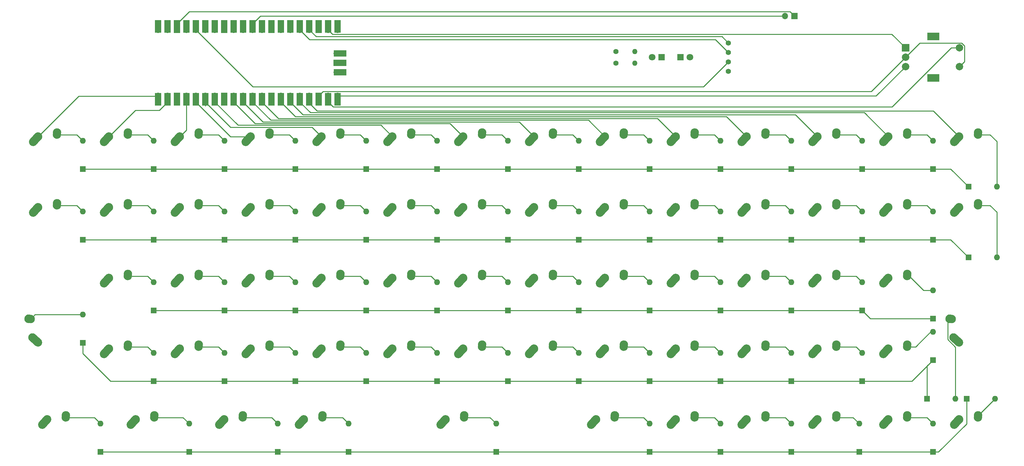
<source format=gtl>
%TF.GenerationSoftware,KiCad,Pcbnew,6.0.0~20210702.eff75b6+dfsg1-1*%
%TF.CreationDate,2021-07-18T18:47:17+02:00*%
%TF.ProjectId,keyboard,6b657962-6f61-4726-942e-6b696361645f,rev?*%
%TF.SameCoordinates,Original*%
%TF.FileFunction,Copper,L1,Top*%
%TF.FilePolarity,Positive*%
%FSLAX46Y46*%
G04 Gerber Fmt 4.6, Leading zero omitted, Abs format (unit mm)*
G04 Created by KiCad (PCBNEW 6.0.0~20210702.eff75b6+dfsg1-1) date 2021-07-18 18:47:17*
%MOMM*%
%LPD*%
G01*
G04 APERTURE LIST*
G04 Aperture macros list*
%AMHorizOval*
0 Thick line with rounded ends*
0 $1 width*
0 $2 $3 position (X,Y) of the first rounded end (center of the circle)*
0 $4 $5 position (X,Y) of the second rounded end (center of the circle)*
0 Add line between two ends*
20,1,$1,$2,$3,$4,$5,0*
0 Add two circle primitives to create the rounded ends*
1,1,$1,$2,$3*
1,1,$1,$4,$5*%
G04 Aperture macros list end*
%TA.AperFunction,ComponentPad*%
%ADD10HorizOval,2.250000X0.020000X0.290000X-0.020000X-0.290000X0*%
%TD*%
%TA.AperFunction,ComponentPad*%
%ADD11C,2.250000*%
%TD*%
%TA.AperFunction,ComponentPad*%
%ADD12HorizOval,2.250000X0.655001X0.730000X-0.655001X-0.730000X0*%
%TD*%
%TA.AperFunction,ComponentPad*%
%ADD13HorizOval,2.250000X-0.290000X0.020000X0.290000X-0.020000X0*%
%TD*%
%TA.AperFunction,ComponentPad*%
%ADD14HorizOval,2.250000X-0.730000X0.655001X0.730000X-0.655001X0*%
%TD*%
%TA.AperFunction,ComponentPad*%
%ADD15R,1.700000X1.700000*%
%TD*%
%TA.AperFunction,ComponentPad*%
%ADD16O,1.700000X1.700000*%
%TD*%
%TA.AperFunction,ComponentPad*%
%ADD17O,1.400000X1.400000*%
%TD*%
%TA.AperFunction,ComponentPad*%
%ADD18C,1.400000*%
%TD*%
%TA.AperFunction,ComponentPad*%
%ADD19R,1.800000X1.800000*%
%TD*%
%TA.AperFunction,ComponentPad*%
%ADD20C,1.800000*%
%TD*%
%TA.AperFunction,SMDPad,CuDef*%
%ADD21R,3.500000X1.700000*%
%TD*%
%TA.AperFunction,SMDPad,CuDef*%
%ADD22R,1.700000X3.500000*%
%TD*%
%TA.AperFunction,ComponentPad*%
%ADD23C,1.397000*%
%TD*%
%TA.AperFunction,ComponentPad*%
%ADD24C,2.000000*%
%TD*%
%TA.AperFunction,ComponentPad*%
%ADD25R,3.200000X2.000000*%
%TD*%
%TA.AperFunction,ComponentPad*%
%ADD26R,2.000000X2.000000*%
%TD*%
%TA.AperFunction,ComponentPad*%
%ADD27R,1.600000X1.600000*%
%TD*%
%TA.AperFunction,ComponentPad*%
%ADD28O,1.600000X1.600000*%
%TD*%
%TA.AperFunction,Conductor*%
%ADD29C,0.250000*%
%TD*%
G04 APERTURE END LIST*
D10*
%TO.P,K4_0,2,ROW*%
%TO.N,Net-(K4_0-Pad2)*%
X193020000Y-233335000D03*
D11*
X193040000Y-233045000D03*
D12*
%TO.P,K4_0,1,COL*%
%TO.N,col0*%
X187345001Y-234855000D03*
D11*
X188000000Y-234125000D03*
%TD*%
D13*
%TO.P,K3_13,2,ROW*%
%TO.N,Net-(D3_13-Pad2)*%
X430978750Y-207030000D03*
D11*
X430688750Y-207010000D03*
D14*
%TO.P,K3_13,1,COL*%
%TO.N,col13*%
X432498750Y-212704999D03*
D11*
X431768750Y-212050000D03*
%TD*%
D13*
%TO.P,K3_0,2,ROW*%
%TO.N,Net-(K3_0-Pad2)*%
X183328750Y-207030000D03*
D11*
X183038750Y-207010000D03*
D14*
%TO.P,K3_0,1,COL*%
%TO.N,col0*%
X184848750Y-212704999D03*
D11*
X184118750Y-212050000D03*
%TD*%
D15*
%TO.P,SW2,1*%
%TO.N,Net-(Pico1-Pad38)*%
X388937500Y-125412500D03*
D16*
%TO.P,SW2,2*%
%TO.N,Net-(Pico1-Pad30)*%
X386397500Y-125412500D03*
%TD*%
D17*
%TO.P,R2,2*%
%TO.N,Net-(D2-Pad2)*%
X346075000Y-138112500D03*
D18*
%TO.P,R2,1*%
%TO.N,Net-(Pico1-Pad26)*%
X340995000Y-138112500D03*
%TD*%
%TO.P,R1,1*%
%TO.N,Net-(Pico1-Pad21)*%
X340995000Y-134962500D03*
D17*
%TO.P,R1,2*%
%TO.N,Net-(D1-Pad2)*%
X346075000Y-134962500D03*
%TD*%
D19*
%TO.P,D2,1,K*%
%TO.N,Net-(Pico1-Pad23)*%
X358337500Y-136525000D03*
D20*
%TO.P,D2,2,A*%
%TO.N,Net-(D2-Pad2)*%
X360877500Y-136525000D03*
%TD*%
D19*
%TO.P,D1,1,K*%
%TO.N,Net-(Pico1-Pad23)*%
X353218750Y-136525000D03*
D20*
%TO.P,D1,2,A*%
%TO.N,Net-(D1-Pad2)*%
X350678750Y-136525000D03*
%TD*%
D11*
%TO.P,K0_5,1,COL*%
%TO.N,col5*%
X280868750Y-157925000D03*
D12*
X280213751Y-158655000D03*
D11*
%TO.P,K0_5,2,ROW*%
%TO.N,Net-(D0_5-Pad2)*%
X285908750Y-156845000D03*
D10*
X285888750Y-157135000D03*
%TD*%
D11*
%TO.P,K0_3,1,COL*%
%TO.N,col3*%
X242768750Y-157925000D03*
D12*
X242113751Y-158655000D03*
D11*
%TO.P,K0_3,2,ROW*%
%TO.N,Net-(D0_3-Pad2)*%
X247808750Y-156845000D03*
D10*
X247788750Y-157135000D03*
%TD*%
D16*
%TO.P,Pico1,43,SWDIO*%
%TO.N,unconnected-(Pico1-Pad43)*%
X265906250Y-135509000D03*
D21*
X266806250Y-135509000D03*
%TO.P,Pico1,42,GND*%
%TO.N,unconnected-(Pico1-Pad42)*%
X266806250Y-138049000D03*
D15*
X265906250Y-138049000D03*
D21*
%TO.P,Pico1,41,SWCLK*%
%TO.N,unconnected-(Pico1-Pad41)*%
X266806250Y-140589000D03*
D16*
X265906250Y-140589000D03*
%TO.P,Pico1,40,VBUS*%
%TO.N,unconnected-(Pico1-Pad40)*%
X217876250Y-129159000D03*
D22*
X217876250Y-128259000D03*
%TO.P,Pico1,39,VSYS*%
%TO.N,unconnected-(Pico1-Pad39)*%
X220416250Y-128259000D03*
D16*
X220416250Y-129159000D03*
D15*
%TO.P,Pico1,38,GND*%
%TO.N,Net-(Pico1-Pad38)*%
X222956250Y-129159000D03*
D22*
X222956250Y-128259000D03*
D16*
%TO.P,Pico1,37,3V3_EN*%
%TO.N,unconnected-(Pico1-Pad37)*%
X225496250Y-129159000D03*
D22*
X225496250Y-128259000D03*
D16*
%TO.P,Pico1,36,3V3*%
%TO.N,Net-(Pico1-Pad36)*%
X228036250Y-129159000D03*
D22*
X228036250Y-128259000D03*
D16*
%TO.P,Pico1,35,ADC_VREF*%
%TO.N,unconnected-(Pico1-Pad35)*%
X230576250Y-129159000D03*
D22*
X230576250Y-128259000D03*
%TO.P,Pico1,34,GPIO28_ADC2*%
%TO.N,row0*%
X233116250Y-128259000D03*
D16*
X233116250Y-129159000D03*
D15*
%TO.P,Pico1,33,AGND*%
%TO.N,unconnected-(Pico1-Pad33)*%
X235656250Y-129159000D03*
D22*
X235656250Y-128259000D03*
%TO.P,Pico1,32,GPIO27_ADC1*%
%TO.N,row1*%
X238196250Y-128259000D03*
D16*
X238196250Y-129159000D03*
D22*
%TO.P,Pico1,31,GPIO26_ADC0*%
%TO.N,row3*%
X240736250Y-128259000D03*
D16*
X240736250Y-129159000D03*
%TO.P,Pico1,30,RUN*%
%TO.N,Net-(Pico1-Pad30)*%
X243276250Y-129159000D03*
D22*
X243276250Y-128259000D03*
D16*
%TO.P,Pico1,29,GPIO22*%
%TO.N,row2*%
X245816250Y-129159000D03*
D22*
X245816250Y-128259000D03*
%TO.P,Pico1,28,GND*%
%TO.N,Net-(Pico1-Pad28)*%
X248356250Y-128259000D03*
D15*
X248356250Y-129159000D03*
D22*
%TO.P,Pico1,27,GPIO21*%
%TO.N,row4*%
X250896250Y-128259000D03*
D16*
X250896250Y-129159000D03*
%TO.P,Pico1,26,GPIO20*%
%TO.N,Net-(Pico1-Pad26)*%
X253436250Y-129159000D03*
D22*
X253436250Y-128259000D03*
D16*
%TO.P,Pico1,25,GPIO19*%
%TO.N,Net-(Pico1-Pad25)*%
X255976250Y-129159000D03*
D22*
X255976250Y-128259000D03*
D16*
%TO.P,Pico1,24,GPIO18*%
%TO.N,Net-(Pico1-Pad24)*%
X258516250Y-129159000D03*
D22*
X258516250Y-128259000D03*
D15*
%TO.P,Pico1,23,GND*%
%TO.N,Net-(Pico1-Pad23)*%
X261056250Y-129159000D03*
D22*
X261056250Y-128259000D03*
D16*
%TO.P,Pico1,22,GPIO17*%
%TO.N,Net-(Pico1-Pad22)*%
X263596250Y-129159000D03*
D22*
X263596250Y-128259000D03*
D16*
%TO.P,Pico1,21,GPIO16*%
%TO.N,Net-(Pico1-Pad21)*%
X266136250Y-129159000D03*
D22*
X266136250Y-128259000D03*
%TO.P,Pico1,20,GPIO15*%
%TO.N,Net-(Pico1-Pad20)*%
X266136250Y-147839000D03*
D16*
X266136250Y-146939000D03*
%TO.P,Pico1,19,GPIO14*%
%TO.N,Net-(Pico1-Pad19)*%
X263596250Y-146939000D03*
D22*
X263596250Y-147839000D03*
D15*
%TO.P,Pico1,18,GND*%
%TO.N,Net-(SW1-PadC)*%
X261056250Y-146939000D03*
D22*
X261056250Y-147839000D03*
%TO.P,Pico1,17,GPIO13*%
%TO.N,col13*%
X258516250Y-147839000D03*
D16*
X258516250Y-146939000D03*
D22*
%TO.P,Pico1,16,GPIO12*%
%TO.N,col12*%
X255976250Y-147839000D03*
D16*
X255976250Y-146939000D03*
%TO.P,Pico1,15,GPIO11*%
%TO.N,col11*%
X253436250Y-146939000D03*
D22*
X253436250Y-147839000D03*
D16*
%TO.P,Pico1,14,GPIO10*%
%TO.N,col10*%
X250896250Y-146939000D03*
D22*
X250896250Y-147839000D03*
%TO.P,Pico1,13,GND*%
%TO.N,unconnected-(Pico1-Pad13)*%
X248356250Y-147839000D03*
D15*
X248356250Y-146939000D03*
D22*
%TO.P,Pico1,12,GPIO9*%
%TO.N,col9*%
X245816250Y-147839000D03*
D16*
X245816250Y-146939000D03*
%TO.P,Pico1,11,GPIO8*%
%TO.N,col8*%
X243276250Y-146939000D03*
D22*
X243276250Y-147839000D03*
%TO.P,Pico1,10,GPIO7*%
%TO.N,col7*%
X240736250Y-147839000D03*
D16*
X240736250Y-146939000D03*
D22*
%TO.P,Pico1,9,GPIO6*%
%TO.N,col6*%
X238196250Y-147839000D03*
D16*
X238196250Y-146939000D03*
D22*
%TO.P,Pico1,8,GND*%
%TO.N,unconnected-(Pico1-Pad8)*%
X235656250Y-147839000D03*
D15*
X235656250Y-146939000D03*
D16*
%TO.P,Pico1,7,GPIO5*%
%TO.N,col5*%
X233116250Y-146939000D03*
D22*
X233116250Y-147839000D03*
D16*
%TO.P,Pico1,6,GPIO4*%
%TO.N,col4*%
X230576250Y-146939000D03*
D22*
X230576250Y-147839000D03*
D16*
%TO.P,Pico1,5,GPIO3*%
%TO.N,col3*%
X228036250Y-146939000D03*
D22*
X228036250Y-147839000D03*
%TO.P,Pico1,4,GPIO2*%
%TO.N,col2*%
X225496250Y-147839000D03*
D16*
X225496250Y-146939000D03*
D15*
%TO.P,Pico1,3,GND*%
%TO.N,unconnected-(Pico1-Pad3)*%
X222956250Y-146939000D03*
D22*
X222956250Y-147839000D03*
D16*
%TO.P,Pico1,2,GPIO1*%
%TO.N,col1*%
X220416250Y-146939000D03*
D22*
X220416250Y-147839000D03*
%TO.P,Pico1,1,GPIO0*%
%TO.N,col0*%
X217876250Y-147839000D03*
D16*
X217876250Y-146939000D03*
%TD*%
D23*
%TO.P,OL1,1,SDA*%
%TO.N,Net-(Pico1-Pad24)*%
X371207500Y-132715000D03*
%TO.P,OL1,2,SCL*%
%TO.N,Net-(Pico1-Pad25)*%
X371207500Y-135255000D03*
%TO.P,OL1,3,VCC*%
%TO.N,Net-(Pico1-Pad36)*%
X371207500Y-137795000D03*
%TO.P,OL1,4,GND*%
%TO.N,Net-(Pico1-Pad28)*%
X371207500Y-140335000D03*
%TD*%
D24*
%TO.P,SW1,S2,S2*%
%TO.N,Net-(Pico1-Pad19)*%
X433346000Y-134025000D03*
%TO.P,SW1,S1,S1*%
%TO.N,Net-(SW1-PadC)*%
X433346000Y-139025000D03*
D25*
%TO.P,SW1,MP*%
%TO.N,N/C*%
X426346000Y-130925000D03*
X426346000Y-142125000D03*
D24*
%TO.P,SW1,C,C*%
%TO.N,Net-(SW1-PadC)*%
X418846000Y-136525000D03*
%TO.P,SW1,B,B*%
%TO.N,Net-(Pico1-Pad20)*%
X418846000Y-139025000D03*
D26*
%TO.P,SW1,A,A*%
%TO.N,Net-(Pico1-Pad22)*%
X418846000Y-134025000D03*
%TD*%
D11*
%TO.P,K1_2,1,COL*%
%TO.N,col2*%
X223718750Y-176975000D03*
D12*
X223063751Y-177705000D03*
D10*
%TO.P,K1_2,2,ROW*%
%TO.N,Net-(D1_2-Pad2)*%
X228738750Y-176185000D03*
D11*
X228758750Y-175895000D03*
%TD*%
%TO.P,K4_1,1,COL*%
%TO.N,col1*%
X211812500Y-234125000D03*
D12*
X211157501Y-234855000D03*
D10*
%TO.P,K4_1,2,ROW*%
%TO.N,Net-(D4_1-Pad2)*%
X216832500Y-233335000D03*
D11*
X216852500Y-233045000D03*
%TD*%
D12*
%TO.P,K3_12,1,COL*%
%TO.N,col12*%
X413563751Y-215805000D03*
D11*
X414218750Y-215075000D03*
D10*
%TO.P,K3_12,2,ROW*%
%TO.N,Net-(D3_12-Pad2)*%
X419238750Y-214285000D03*
D11*
X419258750Y-213995000D03*
%TD*%
D12*
%TO.P,K3_6,1,COL*%
%TO.N,col6*%
X299263751Y-215805000D03*
D11*
X299918750Y-215075000D03*
D10*
%TO.P,K3_6,2,ROW*%
%TO.N,Net-(D3_6-Pad2)*%
X304938750Y-214285000D03*
D11*
X304958750Y-213995000D03*
%TD*%
D12*
%TO.P,K1_0,1,COL*%
%TO.N,col0*%
X184963751Y-177705000D03*
D11*
X185618750Y-176975000D03*
D10*
%TO.P,K1_0,2,ROW*%
%TO.N,Net-(K1_0-Pad2)*%
X190638750Y-176185000D03*
D11*
X190658750Y-175895000D03*
%TD*%
D12*
%TO.P,K3_9,1,COL*%
%TO.N,col9*%
X356413751Y-215805000D03*
D11*
X357068750Y-215075000D03*
D10*
%TO.P,K3_9,2,ROW*%
%TO.N,Net-(D3_9-Pad2)*%
X362088750Y-214285000D03*
D11*
X362108750Y-213995000D03*
%TD*%
D12*
%TO.P,K4_3,1,COL*%
%TO.N,col3*%
X234970001Y-234855000D03*
D11*
X235625000Y-234125000D03*
%TO.P,K4_3,2,ROW*%
%TO.N,Net-(K4_3-Pad2)*%
X240665000Y-233045000D03*
D10*
X240645000Y-233335000D03*
%TD*%
D11*
%TO.P,K0_12,1,COL*%
%TO.N,col12*%
X414218750Y-157925000D03*
D12*
X413563751Y-158655000D03*
D10*
%TO.P,K0_12,2,ROW*%
%TO.N,Net-(D0_12-Pad2)*%
X419238750Y-157135000D03*
D11*
X419258750Y-156845000D03*
%TD*%
%TO.P,K4_8,1,COL*%
%TO.N,col8*%
X335637500Y-234125000D03*
D12*
X334982501Y-234855000D03*
D10*
%TO.P,K4_8,2,ROW*%
%TO.N,Net-(K4_8-Pad2)*%
X340657500Y-233335000D03*
D11*
X340677500Y-233045000D03*
%TD*%
%TO.P,K3_1,1,COL*%
%TO.N,col1*%
X204668750Y-215075000D03*
D12*
X204013751Y-215805000D03*
D10*
%TO.P,K3_1,2,ROW*%
%TO.N,Net-(D3_1-Pad2)*%
X209688750Y-214285000D03*
D11*
X209708750Y-213995000D03*
%TD*%
%TO.P,K1_1,1,COL*%
%TO.N,col1*%
X204668750Y-176975000D03*
D12*
X204013751Y-177705000D03*
D10*
%TO.P,K1_1,2,ROW*%
%TO.N,Net-(D1_1-Pad2)*%
X209688750Y-176185000D03*
D11*
X209708750Y-175895000D03*
%TD*%
D12*
%TO.P,K4_10,1,COL*%
%TO.N,col10*%
X375463751Y-234855000D03*
D11*
X376118750Y-234125000D03*
D10*
%TO.P,K4_10,2,ROW*%
%TO.N,Net-(D4_10-Pad2)*%
X381138750Y-233335000D03*
D11*
X381158750Y-233045000D03*
%TD*%
%TO.P,K2_2,1,COL*%
%TO.N,col2*%
X223718750Y-196025000D03*
D12*
X223063751Y-196755000D03*
D11*
%TO.P,K2_2,2,ROW*%
%TO.N,Net-(D2_2-Pad2)*%
X228758750Y-194945000D03*
D10*
X228738750Y-195235000D03*
%TD*%
D12*
%TO.P,K3_2,1,COL*%
%TO.N,col2*%
X223063751Y-215805000D03*
D11*
X223718750Y-215075000D03*
%TO.P,K3_2,2,ROW*%
%TO.N,Net-(D3_2-Pad2)*%
X228758750Y-213995000D03*
D10*
X228738750Y-214285000D03*
%TD*%
D11*
%TO.P,K3_8,1,COL*%
%TO.N,col8*%
X338018750Y-215075000D03*
D12*
X337363751Y-215805000D03*
D10*
%TO.P,K3_8,2,ROW*%
%TO.N,Net-(D3_8-Pad2)*%
X343038750Y-214285000D03*
D11*
X343058750Y-213995000D03*
%TD*%
%TO.P,K1_5,1,COL*%
%TO.N,col5*%
X280868750Y-176975000D03*
D12*
X280213751Y-177705000D03*
D11*
%TO.P,K1_5,2,ROW*%
%TO.N,Net-(D1_5-Pad2)*%
X285908750Y-175895000D03*
D10*
X285888750Y-176185000D03*
%TD*%
D11*
%TO.P,K4_13,1,COL*%
%TO.N,col13*%
X433268750Y-234125000D03*
D12*
X432613751Y-234855000D03*
D11*
%TO.P,K4_13,2,ROW*%
%TO.N,Net-(D4_13-Pad2)*%
X438308750Y-233045000D03*
D10*
X438288750Y-233335000D03*
%TD*%
D11*
%TO.P,K1_4,1,COL*%
%TO.N,col4*%
X261818750Y-176975000D03*
D12*
X261163751Y-177705000D03*
D10*
%TO.P,K1_4,2,ROW*%
%TO.N,Net-(D1_4-Pad2)*%
X266838750Y-176185000D03*
D11*
X266858750Y-175895000D03*
%TD*%
%TO.P,K1_12,1,COL*%
%TO.N,col12*%
X414218750Y-176975000D03*
D12*
X413563751Y-177705000D03*
D11*
%TO.P,K1_12,2,ROW*%
%TO.N,Net-(D1_12-Pad2)*%
X419258750Y-175895000D03*
D10*
X419238750Y-176185000D03*
%TD*%
D12*
%TO.P,K2_1,1,COL*%
%TO.N,col1*%
X204013751Y-196755000D03*
D11*
X204668750Y-196025000D03*
%TO.P,K2_1,2,ROW*%
%TO.N,Net-(K2_1-Pad2)*%
X209708750Y-194945000D03*
D10*
X209688750Y-195235000D03*
%TD*%
D11*
%TO.P,K2_8,1,COL*%
%TO.N,col8*%
X338018750Y-196025000D03*
D12*
X337363751Y-196755000D03*
D10*
%TO.P,K2_8,2,ROW*%
%TO.N,Net-(D2_8-Pad2)*%
X343038750Y-195235000D03*
D11*
X343058750Y-194945000D03*
%TD*%
D12*
%TO.P,K4_11,1,COL*%
%TO.N,col11*%
X394513751Y-234855000D03*
D11*
X395168750Y-234125000D03*
D10*
%TO.P,K4_11,2,ROW*%
%TO.N,Net-(D4_11-Pad2)*%
X400188750Y-233335000D03*
D11*
X400208750Y-233045000D03*
%TD*%
%TO.P,K3_11,1,COL*%
%TO.N,col11*%
X395168750Y-215075000D03*
D12*
X394513751Y-215805000D03*
D11*
%TO.P,K3_11,2,ROW*%
%TO.N,Net-(D3_11-Pad2)*%
X400208750Y-213995000D03*
D10*
X400188750Y-214285000D03*
%TD*%
D12*
%TO.P,K0_2,1,COL*%
%TO.N,col2*%
X223063751Y-158655000D03*
D11*
X223718750Y-157925000D03*
%TO.P,K0_2,2,ROW*%
%TO.N,Net-(D0_2-Pad2)*%
X228758750Y-156845000D03*
D10*
X228738750Y-157135000D03*
%TD*%
D12*
%TO.P,K2_4,1,COL*%
%TO.N,col4*%
X261163751Y-196755000D03*
D11*
X261818750Y-196025000D03*
%TO.P,K2_4,2,ROW*%
%TO.N,Net-(D2_4-Pad2)*%
X266858750Y-194945000D03*
D10*
X266838750Y-195235000D03*
%TD*%
D12*
%TO.P,K3_10,1,COL*%
%TO.N,col10*%
X375463751Y-215805000D03*
D11*
X376118750Y-215075000D03*
D10*
%TO.P,K3_10,2,ROW*%
%TO.N,Net-(D3_10-Pad2)*%
X381138750Y-214285000D03*
D11*
X381158750Y-213995000D03*
%TD*%
D12*
%TO.P,K2_10,1,COL*%
%TO.N,col10*%
X375463751Y-196755000D03*
D11*
X376118750Y-196025000D03*
D10*
%TO.P,K2_10,2,ROW*%
%TO.N,Net-(D2_10-Pad2)*%
X381138750Y-195235000D03*
D11*
X381158750Y-194945000D03*
%TD*%
D12*
%TO.P,K0_10,1,COL*%
%TO.N,col10*%
X375463751Y-158655000D03*
D11*
X376118750Y-157925000D03*
D10*
%TO.P,K0_10,2,ROW*%
%TO.N,Net-(D0_10-Pad2)*%
X381138750Y-157135000D03*
D11*
X381158750Y-156845000D03*
%TD*%
D12*
%TO.P,K3_5,1,COL*%
%TO.N,col5*%
X280213751Y-215805000D03*
D11*
X280868750Y-215075000D03*
D10*
%TO.P,K3_5,2,ROW*%
%TO.N,Net-(D3_5-Pad2)*%
X285888750Y-214285000D03*
D11*
X285908750Y-213995000D03*
%TD*%
%TO.P,K0_0,1,COL*%
%TO.N,col0*%
X185618750Y-157925000D03*
D12*
X184963751Y-158655000D03*
D10*
%TO.P,K0_0,2,ROW*%
%TO.N,Net-(K0_0-Pad2)*%
X190638750Y-157135000D03*
D11*
X190658750Y-156845000D03*
%TD*%
%TO.P,K4_6,1,COL*%
%TO.N,col6*%
X295156250Y-234125000D03*
D12*
X294501251Y-234855000D03*
D11*
%TO.P,K4_6,2,ROW*%
%TO.N,Net-(K4_6-Pad2)*%
X300196250Y-233045000D03*
D10*
X300176250Y-233335000D03*
%TD*%
D12*
%TO.P,K4_12,1,COL*%
%TO.N,col12*%
X413563751Y-234855000D03*
D11*
X414218750Y-234125000D03*
%TO.P,K4_12,2,ROW*%
%TO.N,Net-(D4_12-Pad2)*%
X419258750Y-233045000D03*
D10*
X419238750Y-233335000D03*
%TD*%
D11*
%TO.P,K0_13,1,COL*%
%TO.N,col13*%
X433268750Y-157925000D03*
D12*
X432613751Y-158655000D03*
D11*
%TO.P,K0_13,2,ROW*%
%TO.N,Net-(D0_13-Pad2)*%
X438308750Y-156845000D03*
D10*
X438288750Y-157135000D03*
%TD*%
D11*
%TO.P,K0_4,1,COL*%
%TO.N,col4*%
X261818750Y-157925000D03*
D12*
X261163751Y-158655000D03*
D11*
%TO.P,K0_4,2,ROW*%
%TO.N,Net-(D0_4-Pad2)*%
X266858750Y-156845000D03*
D10*
X266838750Y-157135000D03*
%TD*%
D11*
%TO.P,K1_7,1,COL*%
%TO.N,col7*%
X318968750Y-176975000D03*
D12*
X318313751Y-177705000D03*
D10*
%TO.P,K1_7,2,ROW*%
%TO.N,Net-(D1_7-Pad2)*%
X323988750Y-176185000D03*
D11*
X324008750Y-175895000D03*
%TD*%
%TO.P,K1_10,1,COL*%
%TO.N,col10*%
X376118750Y-176975000D03*
D12*
X375463751Y-177705000D03*
D11*
%TO.P,K1_10,2,ROW*%
%TO.N,Net-(D1_10-Pad2)*%
X381158750Y-175895000D03*
D10*
X381138750Y-176185000D03*
%TD*%
D11*
%TO.P,K3_7,1,COL*%
%TO.N,col7*%
X318968750Y-215075000D03*
D12*
X318313751Y-215805000D03*
D10*
%TO.P,K3_7,2,ROW*%
%TO.N,Net-(D3_7-Pad2)*%
X323988750Y-214285000D03*
D11*
X324008750Y-213995000D03*
%TD*%
%TO.P,K2_12,1,COL*%
%TO.N,col12*%
X414218750Y-196025000D03*
D12*
X413563751Y-196755000D03*
D11*
%TO.P,K2_12,2,ROW*%
%TO.N,Net-(D2_12-Pad2)*%
X419258750Y-194945000D03*
D10*
X419238750Y-195235000D03*
%TD*%
D12*
%TO.P,K2_9,1,COL*%
%TO.N,col9*%
X356413751Y-196755000D03*
D11*
X357068750Y-196025000D03*
%TO.P,K2_9,2,ROW*%
%TO.N,Net-(D2_9-Pad2)*%
X362108750Y-194945000D03*
D10*
X362088750Y-195235000D03*
%TD*%
D11*
%TO.P,K3_4,1,COL*%
%TO.N,col4*%
X261818750Y-215075000D03*
D12*
X261163751Y-215805000D03*
D11*
%TO.P,K3_4,2,ROW*%
%TO.N,Net-(D3_4-Pad2)*%
X266858750Y-213995000D03*
D10*
X266838750Y-214285000D03*
%TD*%
D11*
%TO.P,K0_9,1,COL*%
%TO.N,col9*%
X357068750Y-157925000D03*
D12*
X356413751Y-158655000D03*
D11*
%TO.P,K0_9,2,ROW*%
%TO.N,Net-(D0_9-Pad2)*%
X362108750Y-156845000D03*
D10*
X362088750Y-157135000D03*
%TD*%
D12*
%TO.P,K0_7,1,COL*%
%TO.N,col7*%
X318313751Y-158655000D03*
D11*
X318968750Y-157925000D03*
%TO.P,K0_7,2,ROW*%
%TO.N,Net-(D0_7-Pad2)*%
X324008750Y-156845000D03*
D10*
X323988750Y-157135000D03*
%TD*%
D12*
%TO.P,K2_6,1,COL*%
%TO.N,col6*%
X299263751Y-196755000D03*
D11*
X299918750Y-196025000D03*
D10*
%TO.P,K2_6,2,ROW*%
%TO.N,Net-(D2_6-Pad2)*%
X304938750Y-195235000D03*
D11*
X304958750Y-194945000D03*
%TD*%
D12*
%TO.P,K0_8,1,COL*%
%TO.N,col8*%
X337363751Y-158655000D03*
D11*
X338018750Y-157925000D03*
D10*
%TO.P,K0_8,2,ROW*%
%TO.N,Net-(D0_8-Pad2)*%
X343038750Y-157135000D03*
D11*
X343058750Y-156845000D03*
%TD*%
D12*
%TO.P,K2_7,1,COL*%
%TO.N,col7*%
X318313751Y-196755000D03*
D11*
X318968750Y-196025000D03*
%TO.P,K2_7,2,ROW*%
%TO.N,Net-(D2_7-Pad2)*%
X324008750Y-194945000D03*
D10*
X323988750Y-195235000D03*
%TD*%
D12*
%TO.P,K4_4,1,COL*%
%TO.N,col4*%
X256401251Y-234855000D03*
D11*
X257056250Y-234125000D03*
%TO.P,K4_4,2,ROW*%
%TO.N,Net-(D4_4-Pad2)*%
X262096250Y-233045000D03*
D10*
X262076250Y-233335000D03*
%TD*%
D12*
%TO.P,K1_8,1,COL*%
%TO.N,col8*%
X337363751Y-177705000D03*
D11*
X338018750Y-176975000D03*
%TO.P,K1_8,2,ROW*%
%TO.N,Net-(D1_8-Pad2)*%
X343058750Y-175895000D03*
D10*
X343038750Y-176185000D03*
%TD*%
D11*
%TO.P,K1_3,1,COL*%
%TO.N,col3*%
X242768750Y-176975000D03*
D12*
X242113751Y-177705000D03*
D11*
%TO.P,K1_3,2,ROW*%
%TO.N,Net-(D1_3-Pad2)*%
X247808750Y-175895000D03*
D10*
X247788750Y-176185000D03*
%TD*%
D11*
%TO.P,K1_9,1,COL*%
%TO.N,col9*%
X357068750Y-176975000D03*
D12*
X356413751Y-177705000D03*
D10*
%TO.P,K1_9,2,ROW*%
%TO.N,Net-(D1_9-Pad2)*%
X362088750Y-176185000D03*
D11*
X362108750Y-175895000D03*
%TD*%
%TO.P,K2_11,1,COL*%
%TO.N,col11*%
X395168750Y-196025000D03*
D12*
X394513751Y-196755000D03*
D10*
%TO.P,K2_11,2,ROW*%
%TO.N,Net-(D2_11-Pad2)*%
X400188750Y-195235000D03*
D11*
X400208750Y-194945000D03*
%TD*%
%TO.P,K0_1,1,COL*%
%TO.N,col1*%
X204668750Y-157925000D03*
D12*
X204013751Y-158655000D03*
D11*
%TO.P,K0_1,2,ROW*%
%TO.N,Net-(D0_1-Pad2)*%
X209708750Y-156845000D03*
D10*
X209688750Y-157135000D03*
%TD*%
D11*
%TO.P,K1_11,1,COL*%
%TO.N,col11*%
X395168750Y-176975000D03*
D12*
X394513751Y-177705000D03*
D10*
%TO.P,K1_11,2,ROW*%
%TO.N,Net-(D1_11-Pad2)*%
X400188750Y-176185000D03*
D11*
X400208750Y-175895000D03*
%TD*%
%TO.P,K2_3,1,COL*%
%TO.N,col3*%
X242768750Y-196025000D03*
D12*
X242113751Y-196755000D03*
D11*
%TO.P,K2_3,2,ROW*%
%TO.N,Net-(D2_3-Pad2)*%
X247808750Y-194945000D03*
D10*
X247788750Y-195235000D03*
%TD*%
D11*
%TO.P,K3_3,1,COL*%
%TO.N,col3*%
X242768750Y-215075000D03*
D12*
X242113751Y-215805000D03*
D11*
%TO.P,K3_3,2,ROW*%
%TO.N,Net-(D3_3-Pad2)*%
X247808750Y-213995000D03*
D10*
X247788750Y-214285000D03*
%TD*%
D12*
%TO.P,K2_5,1,COL*%
%TO.N,col5*%
X280213751Y-196755000D03*
D11*
X280868750Y-196025000D03*
%TO.P,K2_5,2,ROW*%
%TO.N,Net-(D2_5-Pad2)*%
X285908750Y-194945000D03*
D10*
X285888750Y-195235000D03*
%TD*%
D11*
%TO.P,K1_13,1,COL*%
%TO.N,col13*%
X433268750Y-176975000D03*
D12*
X432613751Y-177705000D03*
D11*
%TO.P,K1_13,2,ROW*%
%TO.N,Net-(D1_13-Pad2)*%
X438308750Y-175895000D03*
D10*
X438288750Y-176185000D03*
%TD*%
D12*
%TO.P,K0_11,1,COL*%
%TO.N,col11*%
X394513751Y-158655000D03*
D11*
X395168750Y-157925000D03*
%TO.P,K0_11,2,ROW*%
%TO.N,Net-(D0_11-Pad2)*%
X400208750Y-156845000D03*
D10*
X400188750Y-157135000D03*
%TD*%
D12*
%TO.P,K0_6,1,COL*%
%TO.N,col6*%
X299263751Y-158655000D03*
D11*
X299918750Y-157925000D03*
D10*
%TO.P,K0_6,2,ROW*%
%TO.N,Net-(D0_6-Pad2)*%
X304938750Y-157135000D03*
D11*
X304958750Y-156845000D03*
%TD*%
D12*
%TO.P,K4_9,1,COL*%
%TO.N,col9*%
X356413751Y-234855000D03*
D11*
X357068750Y-234125000D03*
%TO.P,K4_9,2,ROW*%
%TO.N,Net-(D4_9-Pad2)*%
X362108750Y-233045000D03*
D10*
X362088750Y-233335000D03*
%TD*%
D11*
%TO.P,K1_6,1,COL*%
%TO.N,col6*%
X299918750Y-176975000D03*
D12*
X299263751Y-177705000D03*
D10*
%TO.P,K1_6,2,ROW*%
%TO.N,Net-(D1_6-Pad2)*%
X304938750Y-176185000D03*
D11*
X304958750Y-175895000D03*
%TD*%
D27*
%TO.P,D0_0,1,K*%
%TO.N,row0*%
X197643750Y-166687500D03*
D28*
%TO.P,D0_0,2,A*%
%TO.N,Net-(K0_0-Pad2)*%
X197643750Y-159067500D03*
%TD*%
D27*
%TO.P,D0_13,1,K*%
%TO.N,row0*%
X435768750Y-171450000D03*
D28*
%TO.P,D0_13,2,A*%
%TO.N,Net-(D0_13-Pad2)*%
X443388750Y-171450000D03*
%TD*%
D27*
%TO.P,D0_12,1,K*%
%TO.N,row0*%
X426243750Y-166687500D03*
D28*
%TO.P,D0_12,2,A*%
%TO.N,Net-(D0_12-Pad2)*%
X426243750Y-159067500D03*
%TD*%
D27*
%TO.P,D0_10,1,K*%
%TO.N,row0*%
X388143750Y-166687500D03*
D28*
%TO.P,D0_10,2,A*%
%TO.N,Net-(D0_10-Pad2)*%
X388143750Y-159067500D03*
%TD*%
D27*
%TO.P,D0_9,1,K*%
%TO.N,row0*%
X369093750Y-166687500D03*
D28*
%TO.P,D0_9,2,A*%
%TO.N,Net-(D0_9-Pad2)*%
X369093750Y-159067500D03*
%TD*%
D27*
%TO.P,D0_8,1,K*%
%TO.N,row0*%
X350043750Y-166687500D03*
D28*
%TO.P,D0_8,2,A*%
%TO.N,Net-(D0_8-Pad2)*%
X350043750Y-159067500D03*
%TD*%
D27*
%TO.P,D0_7,1,K*%
%TO.N,row0*%
X330993750Y-166687500D03*
D28*
%TO.P,D0_7,2,A*%
%TO.N,Net-(D0_7-Pad2)*%
X330993750Y-159067500D03*
%TD*%
D27*
%TO.P,D0_5,1,K*%
%TO.N,row0*%
X292893750Y-166687500D03*
D28*
%TO.P,D0_5,2,A*%
%TO.N,Net-(D0_5-Pad2)*%
X292893750Y-159067500D03*
%TD*%
D27*
%TO.P,D0_4,1,K*%
%TO.N,row0*%
X273843750Y-166687500D03*
D28*
%TO.P,D0_4,2,A*%
%TO.N,Net-(D0_4-Pad2)*%
X273843750Y-159067500D03*
%TD*%
D27*
%TO.P,D0_3,1,K*%
%TO.N,row0*%
X254793750Y-166687500D03*
D28*
%TO.P,D0_3,2,A*%
%TO.N,Net-(D0_3-Pad2)*%
X254793750Y-159067500D03*
%TD*%
D27*
%TO.P,D0_2,1,K*%
%TO.N,row0*%
X235743750Y-166687500D03*
D28*
%TO.P,D0_2,2,A*%
%TO.N,Net-(D0_2-Pad2)*%
X235743750Y-159067500D03*
%TD*%
D27*
%TO.P,D1_1,1,K*%
%TO.N,row1*%
X216693750Y-185737500D03*
D28*
%TO.P,D1_1,2,A*%
%TO.N,Net-(D1_1-Pad2)*%
X216693750Y-178117500D03*
%TD*%
D27*
%TO.P,D1_0,1,K*%
%TO.N,row1*%
X197643750Y-185737500D03*
D28*
%TO.P,D1_0,2,A*%
%TO.N,Net-(K1_0-Pad2)*%
X197643750Y-178117500D03*
%TD*%
D27*
%TO.P,D1_2,1,K*%
%TO.N,row1*%
X235743750Y-185737500D03*
D28*
%TO.P,D1_2,2,A*%
%TO.N,Net-(D1_2-Pad2)*%
X235743750Y-178117500D03*
%TD*%
D27*
%TO.P,D1_3,1,K*%
%TO.N,row1*%
X254793750Y-185737500D03*
D28*
%TO.P,D1_3,2,A*%
%TO.N,Net-(D1_3-Pad2)*%
X254793750Y-178117500D03*
%TD*%
D27*
%TO.P,D1_4,1,K*%
%TO.N,row1*%
X273843750Y-185737500D03*
D28*
%TO.P,D1_4,2,A*%
%TO.N,Net-(D1_4-Pad2)*%
X273843750Y-178117500D03*
%TD*%
D27*
%TO.P,D1_6,1,K*%
%TO.N,row1*%
X311943750Y-185737500D03*
D28*
%TO.P,D1_6,2,A*%
%TO.N,Net-(D1_6-Pad2)*%
X311943750Y-178117500D03*
%TD*%
D27*
%TO.P,D1_12,1,K*%
%TO.N,row1*%
X426243750Y-185737500D03*
D28*
%TO.P,D1_12,2,A*%
%TO.N,Net-(D1_12-Pad2)*%
X426243750Y-178117500D03*
%TD*%
D27*
%TO.P,D1_11,1,K*%
%TO.N,row1*%
X407193750Y-185737500D03*
D28*
%TO.P,D1_11,2,A*%
%TO.N,Net-(D1_11-Pad2)*%
X407193750Y-178117500D03*
%TD*%
D27*
%TO.P,D1_10,1,K*%
%TO.N,row1*%
X388143750Y-185737500D03*
D28*
%TO.P,D1_10,2,A*%
%TO.N,Net-(D1_10-Pad2)*%
X388143750Y-178117500D03*
%TD*%
D27*
%TO.P,D1_8,1,K*%
%TO.N,row1*%
X350043750Y-185737500D03*
D28*
%TO.P,D1_8,2,A*%
%TO.N,Net-(D1_8-Pad2)*%
X350043750Y-178117500D03*
%TD*%
D27*
%TO.P,D1_7,1,K*%
%TO.N,row1*%
X330993750Y-185737500D03*
D28*
%TO.P,D1_7,2,A*%
%TO.N,Net-(D1_7-Pad2)*%
X330993750Y-178117500D03*
%TD*%
D27*
%TO.P,D1_9,1,K*%
%TO.N,row1*%
X369093750Y-185737500D03*
D28*
%TO.P,D1_9,2,A*%
%TO.N,Net-(D1_9-Pad2)*%
X369093750Y-178117500D03*
%TD*%
D27*
%TO.P,D1_5,1,K*%
%TO.N,row1*%
X292893750Y-185737500D03*
D28*
%TO.P,D1_5,2,A*%
%TO.N,Net-(D1_5-Pad2)*%
X292893750Y-178117500D03*
%TD*%
D27*
%TO.P,D2_6,1,K*%
%TO.N,row2*%
X311943750Y-204787500D03*
D28*
%TO.P,D2_6,2,A*%
%TO.N,Net-(D2_6-Pad2)*%
X311943750Y-197167500D03*
%TD*%
D27*
%TO.P,D2_7,1,K*%
%TO.N,row2*%
X330993750Y-204787500D03*
D28*
%TO.P,D2_7,2,A*%
%TO.N,Net-(D2_7-Pad2)*%
X330993750Y-197167500D03*
%TD*%
D27*
%TO.P,D2_8,1,K*%
%TO.N,row2*%
X350043750Y-204787500D03*
D28*
%TO.P,D2_8,2,A*%
%TO.N,Net-(D2_8-Pad2)*%
X350043750Y-197167500D03*
%TD*%
D27*
%TO.P,D2_9,1,K*%
%TO.N,row2*%
X369093750Y-204787500D03*
D28*
%TO.P,D2_9,2,A*%
%TO.N,Net-(D2_9-Pad2)*%
X369093750Y-197167500D03*
%TD*%
D27*
%TO.P,D2_10,1,K*%
%TO.N,row2*%
X388143750Y-204787500D03*
D28*
%TO.P,D2_10,2,A*%
%TO.N,Net-(D2_10-Pad2)*%
X388143750Y-197167500D03*
%TD*%
D27*
%TO.P,D2_11,1,K*%
%TO.N,row2*%
X407193750Y-204787500D03*
D28*
%TO.P,D2_11,2,A*%
%TO.N,Net-(D2_11-Pad2)*%
X407193750Y-197167500D03*
%TD*%
D27*
%TO.P,D2_12,1,K*%
%TO.N,row2*%
X426243750Y-207010000D03*
D28*
%TO.P,D2_12,2,A*%
%TO.N,Net-(D2_12-Pad2)*%
X426243750Y-199390000D03*
%TD*%
D27*
%TO.P,D2_5,1,K*%
%TO.N,row2*%
X292893750Y-204787500D03*
D28*
%TO.P,D2_5,2,A*%
%TO.N,Net-(D2_5-Pad2)*%
X292893750Y-197167500D03*
%TD*%
D27*
%TO.P,D2_4,1,K*%
%TO.N,row2*%
X273843750Y-204787500D03*
D28*
%TO.P,D2_4,2,A*%
%TO.N,Net-(D2_4-Pad2)*%
X273843750Y-197167500D03*
%TD*%
D27*
%TO.P,D2_3,1,K*%
%TO.N,row2*%
X254793750Y-204787500D03*
D28*
%TO.P,D2_3,2,A*%
%TO.N,Net-(D2_3-Pad2)*%
X254793750Y-197167500D03*
%TD*%
D27*
%TO.P,D2_2,1,K*%
%TO.N,row2*%
X235743750Y-204787500D03*
D28*
%TO.P,D2_2,2,A*%
%TO.N,Net-(D2_2-Pad2)*%
X235743750Y-197167500D03*
%TD*%
D27*
%TO.P,D2_1,1,K*%
%TO.N,row2*%
X216693750Y-204787500D03*
D28*
%TO.P,D2_1,2,A*%
%TO.N,Net-(K2_1-Pad2)*%
X216693750Y-197167500D03*
%TD*%
D27*
%TO.P,D3_0,1,K*%
%TO.N,row3*%
X197643750Y-213518750D03*
D28*
%TO.P,D3_0,2,A*%
%TO.N,Net-(K3_0-Pad2)*%
X197643750Y-205898750D03*
%TD*%
D27*
%TO.P,D3_3,1,K*%
%TO.N,row3*%
X254793750Y-223837500D03*
D28*
%TO.P,D3_3,2,A*%
%TO.N,Net-(D3_3-Pad2)*%
X254793750Y-216217500D03*
%TD*%
D27*
%TO.P,D3_13,1,K*%
%TO.N,row3*%
X424656250Y-228600000D03*
D28*
%TO.P,D3_13,2,A*%
%TO.N,Net-(D3_13-Pad2)*%
X432276250Y-228600000D03*
%TD*%
D27*
%TO.P,D3_12,1,K*%
%TO.N,row3*%
X426243750Y-218122500D03*
D28*
%TO.P,D3_12,2,A*%
%TO.N,Net-(D3_12-Pad2)*%
X426243750Y-210502500D03*
%TD*%
D27*
%TO.P,D3_11,1,K*%
%TO.N,row3*%
X407193750Y-223837500D03*
D28*
%TO.P,D3_11,2,A*%
%TO.N,Net-(D3_11-Pad2)*%
X407193750Y-216217500D03*
%TD*%
D27*
%TO.P,D3_9,1,K*%
%TO.N,row3*%
X369093750Y-223837500D03*
D28*
%TO.P,D3_9,2,A*%
%TO.N,Net-(D3_9-Pad2)*%
X369093750Y-216217500D03*
%TD*%
D27*
%TO.P,D3_8,1,K*%
%TO.N,row3*%
X350043750Y-223837500D03*
D28*
%TO.P,D3_8,2,A*%
%TO.N,Net-(D3_8-Pad2)*%
X350043750Y-216217500D03*
%TD*%
D27*
%TO.P,D3_7,1,K*%
%TO.N,row3*%
X330993750Y-223837500D03*
D28*
%TO.P,D3_7,2,A*%
%TO.N,Net-(D3_7-Pad2)*%
X330993750Y-216217500D03*
%TD*%
D27*
%TO.P,D3_6,1,K*%
%TO.N,row3*%
X311943750Y-223837500D03*
D28*
%TO.P,D3_6,2,A*%
%TO.N,Net-(D3_6-Pad2)*%
X311943750Y-216217500D03*
%TD*%
D27*
%TO.P,D3_4,1,K*%
%TO.N,row3*%
X273843750Y-223837500D03*
D28*
%TO.P,D3_4,2,A*%
%TO.N,Net-(D3_4-Pad2)*%
X273843750Y-216217500D03*
%TD*%
D27*
%TO.P,D3_1,1,K*%
%TO.N,row3*%
X216693750Y-223837500D03*
D28*
%TO.P,D3_1,2,A*%
%TO.N,Net-(D3_1-Pad2)*%
X216693750Y-216217500D03*
%TD*%
D27*
%TO.P,D4_13,1,K*%
%TO.N,row4*%
X435292500Y-228600000D03*
D28*
%TO.P,D4_13,2,A*%
%TO.N,Net-(D4_13-Pad2)*%
X442912500Y-228600000D03*
%TD*%
D27*
%TO.P,D4_1,1,K*%
%TO.N,row4*%
X226218750Y-242887500D03*
D28*
%TO.P,D4_1,2,A*%
%TO.N,Net-(D4_1-Pad2)*%
X226218750Y-235267500D03*
%TD*%
D27*
%TO.P,D4_3,1,K*%
%TO.N,row4*%
X250031250Y-242887500D03*
D28*
%TO.P,D4_3,2,A*%
%TO.N,Net-(K4_3-Pad2)*%
X250031250Y-235267500D03*
%TD*%
D27*
%TO.P,D4_4,1,K*%
%TO.N,row4*%
X269081250Y-242887500D03*
D28*
%TO.P,D4_4,2,A*%
%TO.N,Net-(D4_4-Pad2)*%
X269081250Y-235267500D03*
%TD*%
D27*
%TO.P,D4_6,1,K*%
%TO.N,row4*%
X308768750Y-242887500D03*
D28*
%TO.P,D4_6,2,A*%
%TO.N,Net-(K4_6-Pad2)*%
X308768750Y-235267500D03*
%TD*%
D27*
%TO.P,D4_8,1,K*%
%TO.N,row4*%
X350043750Y-242887500D03*
D28*
%TO.P,D4_8,2,A*%
%TO.N,Net-(K4_8-Pad2)*%
X350043750Y-235267500D03*
%TD*%
D27*
%TO.P,D4_9,1,K*%
%TO.N,row4*%
X369093750Y-242887500D03*
D28*
%TO.P,D4_9,2,A*%
%TO.N,Net-(D4_9-Pad2)*%
X369093750Y-235267500D03*
%TD*%
D27*
%TO.P,D4_10,1,K*%
%TO.N,row4*%
X388143750Y-242887500D03*
D28*
%TO.P,D4_10,2,A*%
%TO.N,Net-(D4_10-Pad2)*%
X388143750Y-235267500D03*
%TD*%
D27*
%TO.P,D4_11,1,K*%
%TO.N,row4*%
X406400000Y-242887500D03*
D28*
%TO.P,D4_11,2,A*%
%TO.N,Net-(D4_11-Pad2)*%
X406400000Y-235267500D03*
%TD*%
D27*
%TO.P,D4_12,1,K*%
%TO.N,row4*%
X426243750Y-242887500D03*
D28*
%TO.P,D4_12,2,A*%
%TO.N,Net-(D4_12-Pad2)*%
X426243750Y-235267500D03*
%TD*%
D27*
%TO.P,D0_11,1,K*%
%TO.N,row0*%
X407193750Y-166687500D03*
D28*
%TO.P,D0_11,2,A*%
%TO.N,Net-(D0_11-Pad2)*%
X407193750Y-159067500D03*
%TD*%
D27*
%TO.P,D0_6,1,K*%
%TO.N,row0*%
X311943750Y-166687500D03*
D28*
%TO.P,D0_6,2,A*%
%TO.N,Net-(D0_6-Pad2)*%
X311943750Y-159067500D03*
%TD*%
D27*
%TO.P,D3_2,1,K*%
%TO.N,row3*%
X235743750Y-223837500D03*
D28*
%TO.P,D3_2,2,A*%
%TO.N,Net-(D3_2-Pad2)*%
X235743750Y-216217500D03*
%TD*%
D27*
%TO.P,D1_13,1,K*%
%TO.N,row1*%
X435768750Y-190500000D03*
D28*
%TO.P,D1_13,2,A*%
%TO.N,Net-(D1_13-Pad2)*%
X443388750Y-190500000D03*
%TD*%
D27*
%TO.P,D3_10,1,K*%
%TO.N,row3*%
X388143750Y-223837500D03*
D28*
%TO.P,D3_10,2,A*%
%TO.N,Net-(D3_10-Pad2)*%
X388143750Y-216217500D03*
%TD*%
D27*
%TO.P,D0_1,1,K*%
%TO.N,row0*%
X216693750Y-166687500D03*
D28*
%TO.P,D0_1,2,A*%
%TO.N,Net-(D0_1-Pad2)*%
X216693750Y-159067500D03*
%TD*%
D27*
%TO.P,D4_0,1,K*%
%TO.N,row4*%
X202406250Y-242887500D03*
D28*
%TO.P,D4_0,2,A*%
%TO.N,Net-(K4_0-Pad2)*%
X202406250Y-235267500D03*
%TD*%
D27*
%TO.P,D3_5,1,K*%
%TO.N,row3*%
X292893750Y-223837500D03*
D28*
%TO.P,D3_5,2,A*%
%TO.N,Net-(D3_5-Pad2)*%
X292893750Y-216217500D03*
%TD*%
D29*
%TO.N,Net-(D3_13-Pad2)*%
X432276250Y-228600000D02*
X432276250Y-214650342D01*
X432276250Y-214650342D02*
X430212500Y-212586592D01*
X430212500Y-212586592D02*
X430212500Y-207486250D01*
X430212500Y-207486250D02*
X430688750Y-207010000D01*
%TO.N,row3*%
X426243750Y-218122500D02*
X420528750Y-223837500D01*
X420528750Y-223837500D02*
X407193750Y-223837500D01*
X424656250Y-228600000D02*
X424656250Y-219710000D01*
X424656250Y-219710000D02*
X426243750Y-218122500D01*
%TO.N,Net-(D3_13-Pad2)*%
X430688750Y-207010000D02*
X431228750Y-207010000D01*
X431228750Y-207010000D02*
X431268750Y-207050000D01*
%TO.N,row2*%
X369093750Y-204787500D02*
X407193750Y-204787500D01*
X426243750Y-207010000D02*
X409416250Y-207010000D01*
X409416250Y-207010000D02*
X407193750Y-204787500D01*
%TO.N,Net-(D2_12-Pad2)*%
X426243750Y-199390000D02*
X423703750Y-199390000D01*
X423703750Y-199390000D02*
X419258750Y-194945000D01*
%TO.N,Net-(K3_0-Pad2)*%
X183618750Y-207050000D02*
X184770000Y-205898750D01*
X184770000Y-205898750D02*
X197643750Y-205898750D01*
%TO.N,Net-(Pico1-Pad38)*%
X222956250Y-129159000D02*
X222956250Y-127549978D01*
X222956250Y-127549978D02*
X226268239Y-124237989D01*
X226268239Y-124237989D02*
X387762989Y-124237989D01*
X387762989Y-124237989D02*
X388937500Y-125412500D01*
%TO.N,Net-(Pico1-Pad30)*%
X243276250Y-129159000D02*
X243276250Y-127549978D01*
X243276250Y-127549978D02*
X245413728Y-125412500D01*
X245413728Y-125412500D02*
X386397500Y-125412500D01*
%TO.N,Net-(SW1-PadC)*%
X433346000Y-139025000D02*
X434670511Y-137700489D01*
X434670511Y-137700489D02*
X434670511Y-133476368D01*
X434670511Y-133476368D02*
X433894632Y-132700489D01*
X433894632Y-132700489D02*
X422670511Y-132700489D01*
X422670511Y-132700489D02*
X418846000Y-136525000D01*
%TO.N,Net-(Pico1-Pad36)*%
X228036250Y-129159000D02*
X243339750Y-144462500D01*
X243339750Y-144462500D02*
X364540000Y-144462500D01*
X364540000Y-144462500D02*
X371207500Y-137795000D01*
%TO.N,Net-(Pico1-Pad25)*%
X255976250Y-129159000D02*
X258579750Y-131762500D01*
X258579750Y-131762500D02*
X367715000Y-131762500D01*
X367715000Y-131762500D02*
X371207500Y-135255000D01*
%TO.N,Net-(Pico1-Pad24)*%
X258516250Y-129159000D02*
X260326000Y-130968750D01*
X369461250Y-130968750D02*
X371207500Y-132715000D01*
X260326000Y-130968750D02*
X369461250Y-130968750D01*
%TO.N,Net-(SW1-PadC)*%
X261056250Y-146939000D02*
X262230761Y-145764489D01*
X262230761Y-145764489D02*
X409606511Y-145764489D01*
X409606511Y-145764489D02*
X418846000Y-136525000D01*
%TO.N,Net-(Pico1-Pad19)*%
X263596250Y-146939000D02*
X263596250Y-148548022D01*
X263596250Y-148548022D02*
X264961739Y-149913511D01*
X264961739Y-149913511D02*
X415236489Y-149913511D01*
X415236489Y-149913511D02*
X431125000Y-134025000D01*
X431125000Y-134025000D02*
X433346000Y-134025000D01*
%TO.N,Net-(Pico1-Pad20)*%
X266136250Y-146939000D02*
X410932000Y-146939000D01*
X410932000Y-146939000D02*
X418846000Y-139025000D01*
%TO.N,Net-(Pico1-Pad22)*%
X263596250Y-129159000D02*
X264770761Y-130333511D01*
X264770761Y-130333511D02*
X415154511Y-130333511D01*
X415154511Y-130333511D02*
X418846000Y-134025000D01*
%TO.N,col4*%
X261818750Y-157925000D02*
X259289239Y-155395489D01*
X259289239Y-155395489D02*
X237360217Y-155395489D01*
X237360217Y-155395489D02*
X230576250Y-148611522D01*
X230576250Y-148611522D02*
X230576250Y-147002500D01*
%TO.N,col5*%
X280868750Y-157925000D02*
X277776830Y-154833080D01*
X239337808Y-154833080D02*
X233116250Y-148611522D01*
X277776830Y-154833080D02*
X239337808Y-154833080D01*
X233116250Y-148611522D02*
X233116250Y-147002500D01*
%TO.N,col6*%
X299918750Y-157925000D02*
X296377310Y-154383560D01*
X296377310Y-154383560D02*
X243968288Y-154383560D01*
X243968288Y-154383560D02*
X238196250Y-148611522D01*
X238196250Y-148611522D02*
X238196250Y-147002500D01*
%TO.N,col7*%
X318968750Y-157925000D02*
X314977790Y-153934040D01*
X314977790Y-153934040D02*
X246058768Y-153934040D01*
X246058768Y-153934040D02*
X240736250Y-148611522D01*
X240736250Y-148611522D02*
X240736250Y-147002500D01*
%TO.N,col8*%
X338018750Y-157925000D02*
X333578270Y-153484520D01*
X333578270Y-153484520D02*
X248149248Y-153484520D01*
X248149248Y-153484520D02*
X243276250Y-148611522D01*
X243276250Y-148611522D02*
X243276250Y-147002500D01*
%TO.N,col9*%
X357068750Y-157925000D02*
X352178750Y-153035000D01*
X352178750Y-153035000D02*
X250239728Y-153035000D01*
X250239728Y-153035000D02*
X245816250Y-148611522D01*
X245816250Y-148611522D02*
X245816250Y-147002500D01*
%TO.N,col10*%
X250896250Y-147002500D02*
X250896250Y-148611522D01*
X250896250Y-148611522D02*
X254811728Y-152527000D01*
X254811728Y-152527000D02*
X370720750Y-152527000D01*
X370720750Y-152527000D02*
X376118750Y-157925000D01*
%TO.N,col11*%
X395168750Y-157925000D02*
X389262750Y-152019000D01*
X256843728Y-152019000D02*
X253436250Y-148611522D01*
X389262750Y-152019000D02*
X256843728Y-152019000D01*
X253436250Y-148611522D02*
X253436250Y-147002500D01*
%TO.N,col12*%
X414218750Y-157925000D02*
X407746270Y-151452520D01*
X255976250Y-148611522D02*
X255976250Y-147002500D01*
X407746270Y-151452520D02*
X258817248Y-151452520D01*
X258817248Y-151452520D02*
X255976250Y-148611522D01*
%TO.N,col13*%
X426346750Y-151003000D02*
X260604000Y-151003000D01*
X433268750Y-157925000D02*
X426346750Y-151003000D01*
X260604000Y-151003000D02*
X258516250Y-148915250D01*
X258516250Y-148915250D02*
X258516250Y-147002500D01*
%TO.N,col8*%
X243276250Y-148820000D02*
X243276250Y-147002500D01*
%TO.N,col7*%
X240736250Y-148661250D02*
X240736250Y-147002500D01*
%TO.N,col4*%
X230576250Y-149613750D02*
X230576250Y-147002500D01*
%TO.N,col3*%
X242768750Y-157925000D02*
X237349728Y-157925000D01*
X237349728Y-157925000D02*
X228036250Y-148611522D01*
X228036250Y-148611522D02*
X228036250Y-147002500D01*
%TO.N,col2*%
X223718750Y-157925000D02*
X225496250Y-156147500D01*
X225496250Y-156147500D02*
X225496250Y-147002500D01*
%TO.N,col1*%
X204668750Y-157925000D02*
X211781250Y-150812500D01*
X211781250Y-150812500D02*
X218215272Y-150812500D01*
X220416250Y-148611522D02*
X220416250Y-147002500D01*
X218215272Y-150812500D02*
X220416250Y-148611522D01*
%TO.N,col0*%
X185618750Y-157925000D02*
X196541250Y-147002500D01*
X196541250Y-147002500D02*
X217876250Y-147002500D01*
%TO.N,col6*%
X299042502Y-159385000D02*
X298608750Y-159385000D01*
%TO.N,row0*%
X330993750Y-166687500D02*
X311943750Y-166687500D01*
X407193750Y-166687500D02*
X388143750Y-166687500D01*
X350043750Y-166687500D02*
X330993750Y-166687500D01*
X216693750Y-166687500D02*
X197643750Y-166687500D01*
X431006250Y-166687500D02*
X435768750Y-171450000D01*
X235743750Y-166687500D02*
X216693750Y-166687500D01*
X254793750Y-166687500D02*
X235743750Y-166687500D01*
X388143750Y-166687500D02*
X369093750Y-166687500D01*
X292893750Y-166687500D02*
X273843750Y-166687500D01*
X273843750Y-166687500D02*
X254793750Y-166687500D01*
X426243750Y-166687500D02*
X407193750Y-166687500D01*
X369093750Y-166687500D02*
X350043750Y-166687500D01*
X426243750Y-166687500D02*
X431006250Y-166687500D01*
X311943750Y-166687500D02*
X292893750Y-166687500D01*
%TO.N,row1*%
X292893750Y-185737500D02*
X254793750Y-185737500D01*
X254793750Y-185737500D02*
X197643750Y-185737500D01*
X426243750Y-185737500D02*
X292893750Y-185737500D01*
X426243750Y-185737500D02*
X431006250Y-185737500D01*
X431006250Y-185737500D02*
X435768750Y-190500000D01*
%TO.N,row2*%
X216693750Y-204787500D02*
X369093750Y-204787500D01*
%TO.N,row3*%
X407193750Y-223837500D02*
X216693750Y-223837500D01*
X197643750Y-216406002D02*
X205075248Y-223837500D01*
X197643750Y-213518750D02*
X197643750Y-216406002D01*
X205075248Y-223837500D02*
X216693750Y-223837500D01*
%TO.N,row4*%
X427702252Y-242887500D02*
X435292500Y-235297252D01*
X250031250Y-242887500D02*
X269081250Y-242887500D01*
X406400000Y-242887500D02*
X426243750Y-242887500D01*
X388143750Y-242887500D02*
X406400000Y-242887500D01*
X369093750Y-242887500D02*
X388143750Y-242887500D01*
X350043750Y-242887500D02*
X369093750Y-242887500D01*
X226218750Y-242887500D02*
X250031250Y-242887500D01*
X269081250Y-242887500D02*
X308768750Y-242887500D01*
X202406250Y-242887500D02*
X226218750Y-242887500D01*
X308768750Y-242887500D02*
X350043750Y-242887500D01*
X426243750Y-242887500D02*
X427702252Y-242887500D01*
X435292500Y-235297252D02*
X435292500Y-228600000D01*
%TO.N,Net-(D0_1-Pad2)*%
X209668750Y-157425000D02*
X215051250Y-157425000D01*
X215051250Y-157425000D02*
X216693750Y-159067500D01*
%TO.N,Net-(D0_13-Pad2)*%
X443388750Y-159226250D02*
X441587500Y-157425000D01*
X443388750Y-171450000D02*
X443388750Y-159226250D01*
X441587500Y-157425000D02*
X438268750Y-157425000D01*
%TO.N,Net-(D0_12-Pad2)*%
X419218750Y-157425000D02*
X424601250Y-157425000D01*
X424601250Y-157425000D02*
X426243750Y-159067500D01*
%TO.N,Net-(D0_11-Pad2)*%
X400168750Y-157425000D02*
X405551250Y-157425000D01*
X405551250Y-157425000D02*
X407193750Y-159067500D01*
%TO.N,Net-(D0_10-Pad2)*%
X386501250Y-157425000D02*
X388143750Y-159067500D01*
X381118750Y-157425000D02*
X386501250Y-157425000D01*
%TO.N,Net-(D0_9-Pad2)*%
X367451250Y-157425000D02*
X369093750Y-159067500D01*
X362068750Y-157425000D02*
X367451250Y-157425000D01*
%TO.N,Net-(D0_8-Pad2)*%
X343018750Y-157425000D02*
X348401250Y-157425000D01*
X348401250Y-157425000D02*
X350043750Y-159067500D01*
%TO.N,Net-(D0_7-Pad2)*%
X329351250Y-157425000D02*
X330993750Y-159067500D01*
X323968750Y-157425000D02*
X329351250Y-157425000D01*
%TO.N,Net-(D0_6-Pad2)*%
X310301250Y-157425000D02*
X311943750Y-159067500D01*
X304918750Y-157425000D02*
X310301250Y-157425000D01*
%TO.N,Net-(D0_5-Pad2)*%
X291251250Y-157425000D02*
X292893750Y-159067500D01*
X285868750Y-157425000D02*
X291251250Y-157425000D01*
%TO.N,Net-(D0_4-Pad2)*%
X266818750Y-157425000D02*
X272201250Y-157425000D01*
X272201250Y-157425000D02*
X273843750Y-159067500D01*
%TO.N,Net-(D0_3-Pad2)*%
X253151250Y-157425000D02*
X254793750Y-159067500D01*
X247768750Y-157425000D02*
X253151250Y-157425000D01*
%TO.N,Net-(D0_2-Pad2)*%
X234101250Y-157425000D02*
X235743750Y-159067500D01*
X228718750Y-157425000D02*
X234101250Y-157425000D01*
%TO.N,Net-(K0_0-Pad2)*%
X190618750Y-157425000D02*
X196001250Y-157425000D01*
X196001250Y-157425000D02*
X197643750Y-159067500D01*
%TO.N,Net-(D1_1-Pad2)*%
X215051250Y-176475000D02*
X216693750Y-178117500D01*
X209668750Y-176475000D02*
X215051250Y-176475000D01*
%TO.N,Net-(K1_0-Pad2)*%
X190618750Y-176475000D02*
X196001250Y-176475000D01*
X196001250Y-176475000D02*
X197643750Y-178117500D01*
%TO.N,Net-(D1_2-Pad2)*%
X234101250Y-176475000D02*
X235743750Y-178117500D01*
X228718750Y-176475000D02*
X234101250Y-176475000D01*
%TO.N,Net-(D1_3-Pad2)*%
X253151250Y-176475000D02*
X254793750Y-178117500D01*
X247768750Y-176475000D02*
X253151250Y-176475000D01*
%TO.N,Net-(D1_4-Pad2)*%
X272201250Y-176475000D02*
X273843750Y-178117500D01*
X266818750Y-176475000D02*
X272201250Y-176475000D01*
%TO.N,Net-(D1_6-Pad2)*%
X304918750Y-176475000D02*
X310301250Y-176475000D01*
X310301250Y-176475000D02*
X311943750Y-178117500D01*
%TO.N,Net-(D1_13-Pad2)*%
X443388750Y-190500000D02*
X443388750Y-178276250D01*
X441587500Y-176475000D02*
X438268750Y-176475000D01*
X443388750Y-178276250D02*
X441587500Y-176475000D01*
%TO.N,Net-(D1_12-Pad2)*%
X424601250Y-176475000D02*
X426243750Y-178117500D01*
X419218750Y-176475000D02*
X424601250Y-176475000D01*
%TO.N,Net-(D1_11-Pad2)*%
X400168750Y-176475000D02*
X405551250Y-176475000D01*
X405551250Y-176475000D02*
X407193750Y-178117500D01*
%TO.N,Net-(D1_10-Pad2)*%
X386501250Y-176475000D02*
X388143750Y-178117500D01*
X381118750Y-176475000D02*
X386501250Y-176475000D01*
%TO.N,Net-(D1_8-Pad2)*%
X343018750Y-176475000D02*
X348401250Y-176475000D01*
X348401250Y-176475000D02*
X350043750Y-178117500D01*
%TO.N,Net-(D1_7-Pad2)*%
X329351250Y-176475000D02*
X330993750Y-178117500D01*
X323968750Y-176475000D02*
X329351250Y-176475000D01*
%TO.N,Net-(D1_9-Pad2)*%
X362068750Y-176475000D02*
X367451250Y-176475000D01*
X367451250Y-176475000D02*
X369093750Y-178117500D01*
%TO.N,Net-(D1_5-Pad2)*%
X291251250Y-176475000D02*
X292893750Y-178117500D01*
X285868750Y-176475000D02*
X291251250Y-176475000D01*
%TO.N,Net-(D2_6-Pad2)*%
X304918750Y-195525000D02*
X310301250Y-195525000D01*
X310301250Y-195525000D02*
X311943750Y-197167500D01*
%TO.N,Net-(D2_7-Pad2)*%
X323968750Y-195525000D02*
X329351250Y-195525000D01*
X329351250Y-195525000D02*
X330993750Y-197167500D01*
%TO.N,Net-(D2_8-Pad2)*%
X348401250Y-195525000D02*
X350043750Y-197167500D01*
X343018750Y-195525000D02*
X348401250Y-195525000D01*
%TO.N,Net-(D2_9-Pad2)*%
X362068750Y-195525000D02*
X367451250Y-195525000D01*
X367451250Y-195525000D02*
X369093750Y-197167500D01*
%TO.N,Net-(D2_10-Pad2)*%
X386501250Y-195525000D02*
X388143750Y-197167500D01*
X381118750Y-195525000D02*
X386501250Y-195525000D01*
%TO.N,Net-(D2_11-Pad2)*%
X405551250Y-195525000D02*
X407193750Y-197167500D01*
X400168750Y-195525000D02*
X405551250Y-195525000D01*
%TO.N,Net-(D2_5-Pad2)*%
X285868750Y-195525000D02*
X291251250Y-195525000D01*
X291251250Y-195525000D02*
X292893750Y-197167500D01*
%TO.N,Net-(D2_4-Pad2)*%
X266818750Y-195525000D02*
X272201250Y-195525000D01*
X272201250Y-195525000D02*
X273843750Y-197167500D01*
%TO.N,Net-(D2_3-Pad2)*%
X253151250Y-195525000D02*
X254793750Y-197167500D01*
X247768750Y-195525000D02*
X253151250Y-195525000D01*
%TO.N,Net-(D2_2-Pad2)*%
X228718750Y-195525000D02*
X234101250Y-195525000D01*
X234101250Y-195525000D02*
X235743750Y-197167500D01*
%TO.N,Net-(K2_1-Pad2)*%
X209668750Y-195525000D02*
X215051250Y-195525000D01*
X215051250Y-195525000D02*
X216693750Y-197167500D01*
%TO.N,Net-(D3_3-Pad2)*%
X253151250Y-214575000D02*
X254793750Y-216217500D01*
X247768750Y-214575000D02*
X253151250Y-214575000D01*
%TO.N,Net-(D3_2-Pad2)*%
X234101250Y-214575000D02*
X235743750Y-216217500D01*
X228718750Y-214575000D02*
X234101250Y-214575000D01*
%TO.N,Net-(D3_12-Pad2)*%
X421536250Y-214575000D02*
X426243750Y-209867500D01*
X419218750Y-214575000D02*
X421536250Y-214575000D01*
%TO.N,Net-(D3_11-Pad2)*%
X400168750Y-214575000D02*
X405551250Y-214575000D01*
X405551250Y-214575000D02*
X407193750Y-216217500D01*
%TO.N,Net-(D3_10-Pad2)*%
X381118750Y-214575000D02*
X386501250Y-214575000D01*
X386501250Y-214575000D02*
X388143750Y-216217500D01*
%TO.N,Net-(D3_9-Pad2)*%
X362068750Y-214575000D02*
X367451250Y-214575000D01*
X367451250Y-214575000D02*
X369093750Y-216217500D01*
%TO.N,Net-(D3_8-Pad2)*%
X348401250Y-214575000D02*
X350043750Y-216217500D01*
X343018750Y-214575000D02*
X348401250Y-214575000D01*
%TO.N,Net-(D3_7-Pad2)*%
X323968750Y-214575000D02*
X329351250Y-214575000D01*
X329351250Y-214575000D02*
X330993750Y-216217500D01*
%TO.N,Net-(D3_6-Pad2)*%
X304918750Y-214575000D02*
X310301250Y-214575000D01*
X310301250Y-214575000D02*
X311943750Y-216217500D01*
%TO.N,Net-(D3_5-Pad2)*%
X291251250Y-214575000D02*
X292893750Y-216217500D01*
X285868750Y-214575000D02*
X291251250Y-214575000D01*
%TO.N,Net-(D3_4-Pad2)*%
X272201250Y-214575000D02*
X273843750Y-216217500D01*
X266818750Y-214575000D02*
X272201250Y-214575000D01*
%TO.N,Net-(D3_1-Pad2)*%
X215051250Y-214575000D02*
X216693750Y-216217500D01*
X209668750Y-214575000D02*
X215051250Y-214575000D01*
%TO.N,Net-(K4_0-Pad2)*%
X200763750Y-233625000D02*
X202406250Y-235267500D01*
X193000000Y-233625000D02*
X200763750Y-233625000D01*
%TO.N,Net-(D4_13-Pad2)*%
X438268750Y-233243750D02*
X438268750Y-233625000D01*
X442912500Y-228600000D02*
X438268750Y-233243750D01*
%TO.N,Net-(D4_1-Pad2)*%
X216812500Y-233625000D02*
X224576250Y-233625000D01*
X224576250Y-233625000D02*
X226218750Y-235267500D01*
%TO.N,Net-(K4_3-Pad2)*%
X248388750Y-233625000D02*
X250031250Y-235267500D01*
X240625000Y-233625000D02*
X248388750Y-233625000D01*
%TO.N,Net-(D4_4-Pad2)*%
X267438750Y-233625000D02*
X269081250Y-235267500D01*
X262056250Y-233625000D02*
X267438750Y-233625000D01*
%TO.N,Net-(K4_6-Pad2)*%
X307126250Y-233625000D02*
X308768750Y-235267500D01*
X300156250Y-233625000D02*
X307126250Y-233625000D01*
%TO.N,Net-(K4_8-Pad2)*%
X340637500Y-233625000D02*
X348401250Y-233625000D01*
X348401250Y-233625000D02*
X350043750Y-235267500D01*
%TO.N,Net-(D4_9-Pad2)*%
X367451250Y-233625000D02*
X369093750Y-235267500D01*
X362068750Y-233625000D02*
X367451250Y-233625000D01*
%TO.N,Net-(D4_10-Pad2)*%
X386501250Y-233625000D02*
X388143750Y-235267500D01*
X381118750Y-233625000D02*
X386501250Y-233625000D01*
%TO.N,Net-(D4_11-Pad2)*%
X400168750Y-233625000D02*
X404757500Y-233625000D01*
X404757500Y-233625000D02*
X406400000Y-235267500D01*
%TO.N,Net-(D4_12-Pad2)*%
X419218750Y-233625000D02*
X424601250Y-233625000D01*
X424601250Y-233625000D02*
X426243750Y-235267500D01*
%TD*%
M02*

</source>
